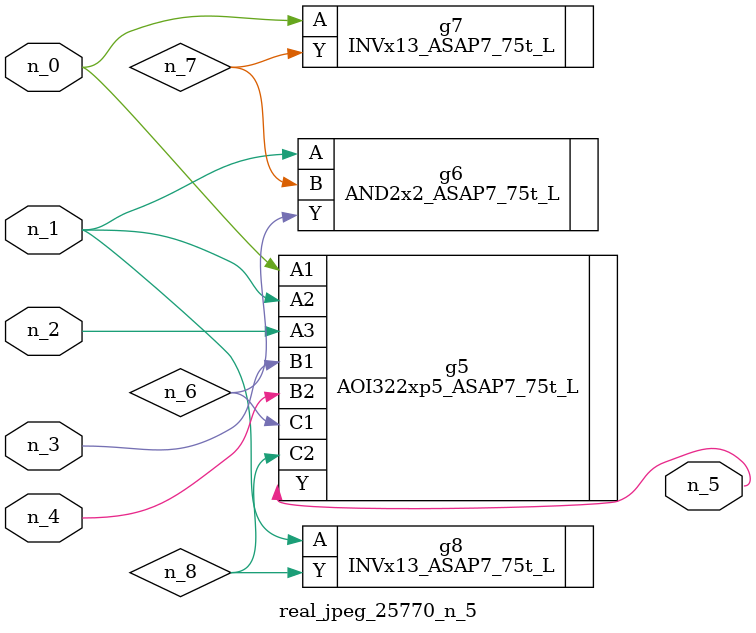
<source format=v>
module real_jpeg_25770_n_5 (n_4, n_0, n_1, n_2, n_3, n_5);

input n_4;
input n_0;
input n_1;
input n_2;
input n_3;

output n_5;

wire n_8;
wire n_6;
wire n_7;

AOI322xp5_ASAP7_75t_L g5 ( 
.A1(n_0),
.A2(n_1),
.A3(n_2),
.B1(n_3),
.B2(n_4),
.C1(n_6),
.C2(n_8),
.Y(n_5)
);

INVx13_ASAP7_75t_L g7 ( 
.A(n_0),
.Y(n_7)
);

AND2x2_ASAP7_75t_L g6 ( 
.A(n_1),
.B(n_7),
.Y(n_6)
);

INVx13_ASAP7_75t_L g8 ( 
.A(n_1),
.Y(n_8)
);


endmodule
</source>
